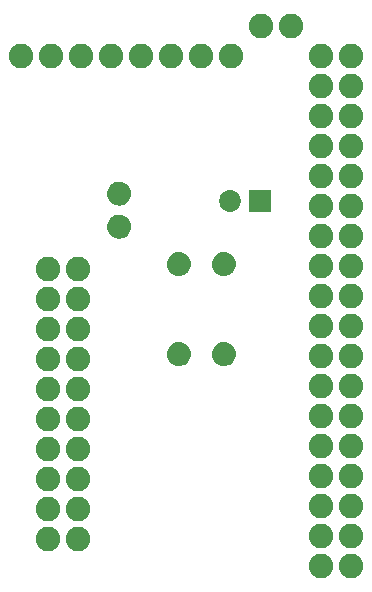
<source format=gbr>
G04 EAGLE Gerber RS-274X export*
G75*
%MOMM*%
%FSLAX34Y34*%
%LPD*%
%INSoldermask Bottom*%
%IPPOS*%
%AMOC8*
5,1,8,0,0,1.08239X$1,22.5*%
G01*
%ADD10C,2.082800*%
%ADD11C,1.854200*%
%ADD12R,1.854200X1.854200*%

G36*
X108437Y355593D02*
X108437Y355593D01*
X108509Y355591D01*
X110345Y355796D01*
X110391Y355810D01*
X110466Y355822D01*
X112227Y356382D01*
X112269Y356405D01*
X112341Y356431D01*
X113958Y357324D01*
X113996Y357354D01*
X114061Y357394D01*
X115473Y358585D01*
X115504Y358622D01*
X115560Y358674D01*
X116713Y360118D01*
X116736Y360160D01*
X116780Y360222D01*
X117629Y361863D01*
X117644Y361909D01*
X117675Y361978D01*
X118188Y363753D01*
X118193Y363801D01*
X118211Y363876D01*
X118367Y365716D01*
X118363Y365760D01*
X118367Y365825D01*
X118207Y367656D01*
X118194Y367702D01*
X118184Y367778D01*
X117670Y369542D01*
X117649Y369586D01*
X117624Y369658D01*
X116775Y371288D01*
X116746Y371326D01*
X116707Y371392D01*
X115557Y372825D01*
X115521Y372857D01*
X115470Y372914D01*
X114062Y374095D01*
X114021Y374119D01*
X113960Y374165D01*
X112348Y375049D01*
X112303Y375064D01*
X112234Y375098D01*
X110481Y375650D01*
X110434Y375656D01*
X110360Y375676D01*
X108533Y375876D01*
X108487Y375872D01*
X108418Y375878D01*
X106742Y375755D01*
X106699Y375744D01*
X106633Y375738D01*
X105003Y375327D01*
X104963Y375308D01*
X104899Y375290D01*
X103366Y374602D01*
X103329Y374577D01*
X103269Y374548D01*
X101879Y373604D01*
X101847Y373573D01*
X101793Y373535D01*
X100587Y372364D01*
X100561Y372328D01*
X100515Y372280D01*
X99531Y370918D01*
X99512Y370877D01*
X99475Y370823D01*
X98742Y369310D01*
X98730Y369267D01*
X98703Y369207D01*
X98245Y367590D01*
X98240Y367545D01*
X98224Y367481D01*
X98053Y365809D01*
X98057Y365761D01*
X98053Y365682D01*
X98219Y364010D01*
X98231Y363967D01*
X98240Y363902D01*
X98694Y362284D01*
X98713Y362243D01*
X98733Y362180D01*
X99461Y360666D01*
X99487Y360630D01*
X99517Y360571D01*
X100498Y359206D01*
X100530Y359175D01*
X100570Y359122D01*
X101772Y357948D01*
X101809Y357923D01*
X101857Y357878D01*
X103245Y356931D01*
X103286Y356913D01*
X103342Y356877D01*
X104873Y356185D01*
X104916Y356174D01*
X104977Y356148D01*
X106606Y355733D01*
X106650Y355730D01*
X106715Y355715D01*
X108390Y355589D01*
X108437Y355593D01*
G37*
G36*
X108437Y327602D02*
X108437Y327602D01*
X108509Y327600D01*
X110345Y327805D01*
X110391Y327819D01*
X110466Y327831D01*
X112227Y328391D01*
X112269Y328414D01*
X112341Y328440D01*
X113958Y329333D01*
X113996Y329363D01*
X114061Y329403D01*
X115473Y330594D01*
X115504Y330631D01*
X115560Y330683D01*
X116713Y332127D01*
X116736Y332169D01*
X116780Y332231D01*
X117629Y333872D01*
X117644Y333918D01*
X117675Y333987D01*
X118188Y335762D01*
X118193Y335810D01*
X118211Y335885D01*
X118367Y337725D01*
X118363Y337769D01*
X118367Y337834D01*
X118207Y339665D01*
X118194Y339711D01*
X118184Y339787D01*
X117670Y341551D01*
X117649Y341595D01*
X117624Y341667D01*
X116775Y343297D01*
X116746Y343335D01*
X116707Y343401D01*
X115557Y344834D01*
X115521Y344866D01*
X115470Y344923D01*
X114062Y346104D01*
X114021Y346128D01*
X113960Y346174D01*
X112348Y347058D01*
X112303Y347073D01*
X112234Y347107D01*
X110481Y347659D01*
X110434Y347665D01*
X110360Y347685D01*
X108533Y347885D01*
X108487Y347881D01*
X108418Y347887D01*
X106742Y347764D01*
X106699Y347753D01*
X106633Y347747D01*
X105003Y347336D01*
X104963Y347317D01*
X104899Y347299D01*
X103366Y346611D01*
X103329Y346586D01*
X103269Y346557D01*
X101879Y345613D01*
X101847Y345582D01*
X101793Y345544D01*
X100587Y344373D01*
X100561Y344337D01*
X100515Y344289D01*
X99531Y342927D01*
X99512Y342886D01*
X99475Y342832D01*
X98742Y341319D01*
X98730Y341276D01*
X98703Y341216D01*
X98245Y339599D01*
X98240Y339554D01*
X98224Y339490D01*
X98053Y337818D01*
X98057Y337770D01*
X98053Y337691D01*
X98219Y336019D01*
X98231Y335976D01*
X98240Y335911D01*
X98694Y334293D01*
X98713Y334252D01*
X98733Y334189D01*
X99461Y332675D01*
X99487Y332639D01*
X99517Y332580D01*
X100498Y331215D01*
X100530Y331184D01*
X100570Y331131D01*
X101772Y329957D01*
X101809Y329932D01*
X101857Y329887D01*
X103245Y328940D01*
X103286Y328922D01*
X103342Y328886D01*
X104873Y328194D01*
X104916Y328183D01*
X104977Y328157D01*
X106606Y327742D01*
X106650Y327739D01*
X106715Y327724D01*
X108390Y327598D01*
X108437Y327602D01*
G37*
G36*
X160528Y296070D02*
X160528Y296070D01*
X160571Y296081D01*
X160637Y296087D01*
X162267Y296499D01*
X162307Y296517D01*
X162371Y296535D01*
X163904Y297223D01*
X163941Y297248D01*
X164001Y297277D01*
X165391Y298221D01*
X165423Y298252D01*
X165477Y298290D01*
X166683Y299461D01*
X166709Y299498D01*
X166755Y299545D01*
X167739Y300907D01*
X167758Y300948D01*
X167795Y301002D01*
X168528Y302515D01*
X168540Y302558D01*
X168567Y302618D01*
X169025Y304235D01*
X169030Y304280D01*
X169046Y304344D01*
X169217Y306016D01*
X169213Y306064D01*
X169217Y306143D01*
X169051Y307815D01*
X169039Y307858D01*
X169030Y307924D01*
X168576Y309541D01*
X168557Y309582D01*
X168537Y309645D01*
X167809Y311159D01*
X167783Y311195D01*
X167753Y311254D01*
X166772Y312619D01*
X166740Y312650D01*
X166700Y312703D01*
X165498Y313877D01*
X165461Y313902D01*
X165413Y313947D01*
X164025Y314894D01*
X163984Y314912D01*
X163928Y314948D01*
X162397Y315640D01*
X162354Y315651D01*
X162293Y315677D01*
X160664Y316092D01*
X160620Y316095D01*
X160555Y316110D01*
X158880Y316236D01*
X158833Y316232D01*
X158761Y316234D01*
X156926Y316029D01*
X156879Y316015D01*
X156804Y316003D01*
X155043Y315443D01*
X155001Y315420D01*
X154929Y315394D01*
X153312Y314501D01*
X153274Y314471D01*
X153209Y314431D01*
X151797Y313240D01*
X151766Y313203D01*
X151710Y313151D01*
X150557Y311707D01*
X150535Y311665D01*
X150490Y311603D01*
X149641Y309962D01*
X149627Y309916D01*
X149595Y309847D01*
X149082Y308072D01*
X149077Y308024D01*
X149060Y307949D01*
X148903Y306109D01*
X148907Y306065D01*
X148903Y306000D01*
X149063Y304169D01*
X149076Y304123D01*
X149084Y304062D01*
X149084Y304060D01*
X149086Y304047D01*
X149600Y302283D01*
X149621Y302239D01*
X149646Y302167D01*
X150495Y300537D01*
X150524Y300499D01*
X150563Y300433D01*
X151713Y299000D01*
X151749Y298968D01*
X151800Y298911D01*
X153208Y297730D01*
X153249Y297706D01*
X153310Y297660D01*
X154922Y296776D01*
X154967Y296761D01*
X155036Y296727D01*
X156789Y296175D01*
X156836Y296169D01*
X156910Y296149D01*
X158737Y295950D01*
X158783Y295953D01*
X158852Y295947D01*
X160528Y296070D01*
G37*
G36*
X198628Y296070D02*
X198628Y296070D01*
X198671Y296081D01*
X198737Y296087D01*
X200367Y296499D01*
X200407Y296517D01*
X200471Y296535D01*
X202004Y297223D01*
X202041Y297248D01*
X202101Y297277D01*
X203491Y298221D01*
X203523Y298252D01*
X203577Y298290D01*
X204783Y299461D01*
X204809Y299498D01*
X204855Y299545D01*
X205839Y300907D01*
X205858Y300948D01*
X205895Y301002D01*
X206628Y302515D01*
X206640Y302558D01*
X206667Y302618D01*
X207125Y304235D01*
X207130Y304280D01*
X207146Y304344D01*
X207317Y306016D01*
X207313Y306064D01*
X207317Y306143D01*
X207151Y307815D01*
X207139Y307858D01*
X207130Y307924D01*
X206676Y309541D01*
X206657Y309582D01*
X206637Y309645D01*
X205909Y311159D01*
X205883Y311195D01*
X205853Y311254D01*
X204872Y312619D01*
X204840Y312650D01*
X204800Y312703D01*
X203598Y313877D01*
X203561Y313902D01*
X203513Y313947D01*
X202125Y314894D01*
X202084Y314912D01*
X202028Y314948D01*
X200497Y315640D01*
X200454Y315651D01*
X200393Y315677D01*
X198764Y316092D01*
X198720Y316095D01*
X198655Y316110D01*
X196980Y316236D01*
X196933Y316232D01*
X196861Y316234D01*
X195026Y316029D01*
X194979Y316015D01*
X194904Y316003D01*
X193143Y315443D01*
X193101Y315420D01*
X193029Y315394D01*
X191412Y314501D01*
X191374Y314471D01*
X191309Y314431D01*
X189897Y313240D01*
X189866Y313203D01*
X189810Y313151D01*
X188657Y311707D01*
X188635Y311665D01*
X188590Y311603D01*
X187741Y309962D01*
X187727Y309916D01*
X187695Y309847D01*
X187182Y308072D01*
X187177Y308024D01*
X187160Y307949D01*
X187003Y306109D01*
X187007Y306065D01*
X187003Y306000D01*
X187163Y304169D01*
X187176Y304123D01*
X187184Y304062D01*
X187184Y304060D01*
X187186Y304047D01*
X187700Y302283D01*
X187721Y302239D01*
X187746Y302167D01*
X188595Y300537D01*
X188624Y300499D01*
X188663Y300433D01*
X189813Y299000D01*
X189849Y298968D01*
X189900Y298911D01*
X191308Y297730D01*
X191349Y297706D01*
X191410Y297660D01*
X193022Y296776D01*
X193067Y296761D01*
X193136Y296727D01*
X194889Y296175D01*
X194936Y296169D01*
X195010Y296149D01*
X196837Y295950D01*
X196883Y295953D01*
X196952Y295947D01*
X198628Y296070D01*
G37*
G36*
X160604Y219794D02*
X160604Y219794D01*
X160647Y219805D01*
X160713Y219811D01*
X162343Y220223D01*
X162383Y220241D01*
X162447Y220259D01*
X163980Y220947D01*
X164017Y220972D01*
X164077Y221001D01*
X165467Y221945D01*
X165499Y221976D01*
X165553Y222014D01*
X166759Y223185D01*
X166785Y223222D01*
X166831Y223269D01*
X167815Y224631D01*
X167834Y224672D01*
X167871Y224726D01*
X168604Y226239D01*
X168616Y226282D01*
X168643Y226342D01*
X169101Y227959D01*
X169106Y228004D01*
X169122Y228068D01*
X169293Y229740D01*
X169289Y229788D01*
X169293Y229867D01*
X169127Y231539D01*
X169115Y231582D01*
X169106Y231648D01*
X168652Y233265D01*
X168633Y233306D01*
X168613Y233369D01*
X167885Y234883D01*
X167859Y234919D01*
X167829Y234978D01*
X166848Y236343D01*
X166816Y236374D01*
X166776Y236427D01*
X165574Y237601D01*
X165537Y237626D01*
X165489Y237671D01*
X164101Y238618D01*
X164060Y238636D01*
X164004Y238672D01*
X162473Y239364D01*
X162430Y239375D01*
X162369Y239401D01*
X160740Y239816D01*
X160696Y239819D01*
X160631Y239834D01*
X158956Y239960D01*
X158909Y239956D01*
X158837Y239958D01*
X157002Y239753D01*
X156955Y239739D01*
X156880Y239727D01*
X155119Y239167D01*
X155077Y239144D01*
X155005Y239118D01*
X153388Y238225D01*
X153350Y238195D01*
X153285Y238155D01*
X151873Y236964D01*
X151842Y236927D01*
X151786Y236875D01*
X150633Y235431D01*
X150611Y235389D01*
X150566Y235327D01*
X149717Y233686D01*
X149703Y233640D01*
X149671Y233571D01*
X149158Y231796D01*
X149153Y231748D01*
X149136Y231673D01*
X148979Y229833D01*
X148983Y229789D01*
X148979Y229724D01*
X149139Y227893D01*
X149152Y227847D01*
X149160Y227786D01*
X149160Y227784D01*
X149162Y227771D01*
X149676Y226007D01*
X149697Y225963D01*
X149722Y225891D01*
X150571Y224261D01*
X150600Y224223D01*
X150639Y224157D01*
X151789Y222724D01*
X151825Y222692D01*
X151876Y222635D01*
X153284Y221454D01*
X153325Y221430D01*
X153386Y221384D01*
X154998Y220500D01*
X155043Y220485D01*
X155112Y220451D01*
X156865Y219899D01*
X156912Y219893D01*
X156986Y219873D01*
X158813Y219674D01*
X158859Y219677D01*
X158928Y219671D01*
X160604Y219794D01*
G37*
G36*
X198704Y219794D02*
X198704Y219794D01*
X198747Y219805D01*
X198813Y219811D01*
X200443Y220223D01*
X200483Y220241D01*
X200547Y220259D01*
X202080Y220947D01*
X202117Y220972D01*
X202177Y221001D01*
X203567Y221945D01*
X203599Y221976D01*
X203653Y222014D01*
X204859Y223185D01*
X204885Y223222D01*
X204931Y223269D01*
X205915Y224631D01*
X205934Y224672D01*
X205971Y224726D01*
X206704Y226239D01*
X206716Y226282D01*
X206743Y226342D01*
X207201Y227959D01*
X207206Y228004D01*
X207222Y228068D01*
X207393Y229740D01*
X207389Y229788D01*
X207393Y229867D01*
X207227Y231539D01*
X207215Y231582D01*
X207206Y231648D01*
X206752Y233265D01*
X206733Y233306D01*
X206713Y233369D01*
X205985Y234883D01*
X205959Y234919D01*
X205929Y234978D01*
X204948Y236343D01*
X204916Y236374D01*
X204876Y236427D01*
X203674Y237601D01*
X203637Y237626D01*
X203589Y237671D01*
X202201Y238618D01*
X202160Y238636D01*
X202104Y238672D01*
X200573Y239364D01*
X200530Y239375D01*
X200469Y239401D01*
X198840Y239816D01*
X198796Y239819D01*
X198731Y239834D01*
X197056Y239960D01*
X197009Y239956D01*
X196937Y239958D01*
X195102Y239753D01*
X195055Y239739D01*
X194980Y239727D01*
X193219Y239167D01*
X193177Y239144D01*
X193105Y239118D01*
X191488Y238225D01*
X191450Y238195D01*
X191385Y238155D01*
X189973Y236964D01*
X189942Y236927D01*
X189886Y236875D01*
X188733Y235431D01*
X188711Y235389D01*
X188666Y235327D01*
X187817Y233686D01*
X187803Y233640D01*
X187771Y233571D01*
X187258Y231796D01*
X187253Y231748D01*
X187236Y231673D01*
X187079Y229833D01*
X187083Y229789D01*
X187079Y229724D01*
X187239Y227893D01*
X187252Y227847D01*
X187260Y227786D01*
X187260Y227784D01*
X187262Y227771D01*
X187776Y226007D01*
X187797Y225963D01*
X187822Y225891D01*
X188671Y224261D01*
X188700Y224223D01*
X188739Y224157D01*
X189889Y222724D01*
X189925Y222692D01*
X189976Y222635D01*
X191384Y221454D01*
X191425Y221430D01*
X191486Y221384D01*
X193098Y220500D01*
X193143Y220485D01*
X193212Y220451D01*
X194965Y219899D01*
X195012Y219893D01*
X195086Y219873D01*
X196913Y219674D01*
X196959Y219677D01*
X197028Y219671D01*
X198704Y219794D01*
G37*
D10*
X304800Y50800D03*
X304800Y76200D03*
X304800Y101600D03*
X304800Y127000D03*
X304800Y152400D03*
X304800Y177800D03*
X304800Y203200D03*
X304800Y228600D03*
X304800Y254000D03*
X304800Y279400D03*
X304800Y304800D03*
X304800Y330200D03*
X304800Y355600D03*
X304800Y381000D03*
X304800Y406400D03*
X304800Y431800D03*
X304800Y457200D03*
X304800Y482600D03*
X279400Y50800D03*
X279400Y76200D03*
X279400Y101600D03*
X279400Y127000D03*
X279400Y152400D03*
X279400Y177800D03*
X279400Y203200D03*
X279400Y228600D03*
X279400Y254000D03*
X279400Y279400D03*
X279400Y304800D03*
X279400Y330200D03*
X279400Y355600D03*
X279400Y381000D03*
X279400Y406400D03*
X279400Y431800D03*
X279400Y457200D03*
X279400Y482600D03*
X203200Y482600D03*
X177800Y482600D03*
X152400Y482600D03*
X127000Y482600D03*
X101600Y482600D03*
X76200Y482600D03*
X50800Y482600D03*
X25400Y482600D03*
X73660Y73660D03*
X48260Y73660D03*
X73660Y99060D03*
X48260Y99060D03*
X73660Y124460D03*
X48260Y124460D03*
X73660Y149860D03*
X48260Y149860D03*
X73660Y175260D03*
X48260Y175260D03*
X73660Y200660D03*
X48260Y200660D03*
X73660Y226060D03*
X48260Y226060D03*
X73660Y251460D03*
X48260Y251460D03*
X73660Y276860D03*
X48260Y276860D03*
X73660Y302260D03*
X48260Y302260D03*
X254000Y507700D03*
X228600Y507700D03*
D11*
X202440Y359420D03*
D12*
X227440Y359420D03*
M02*

</source>
